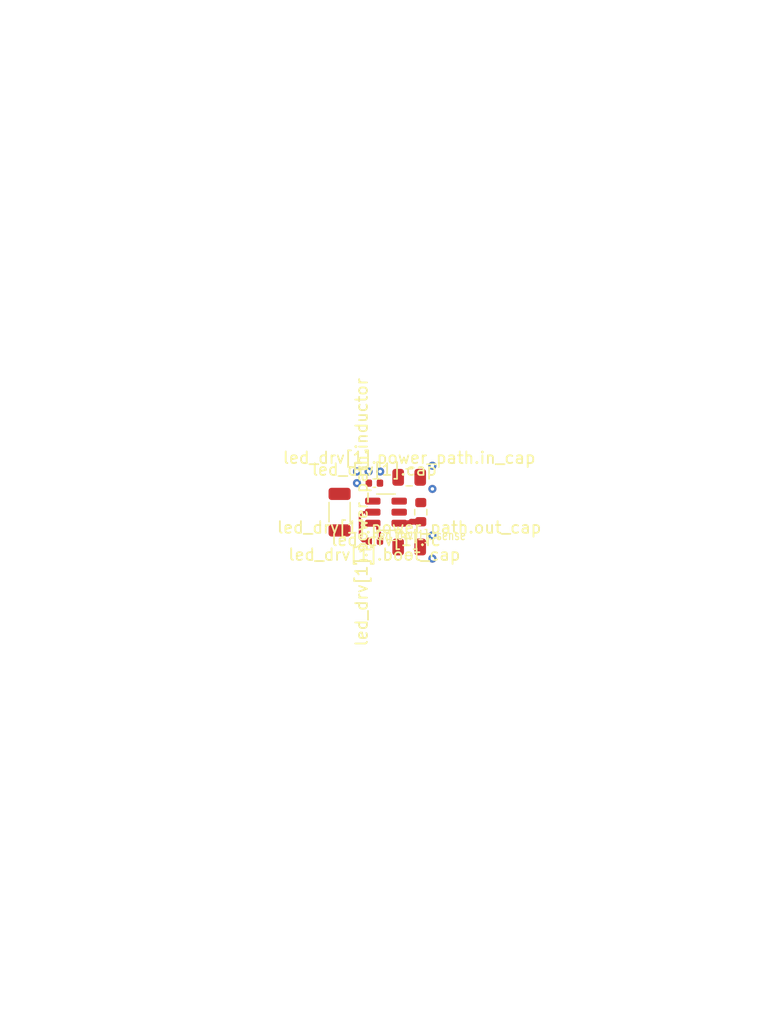
<source format=kicad_pcb>
(kicad_pcb (version 20240108) (generator "pcbnew") (generator_version "8.0")
  (layers (0 "F.Cu" signal) (31 "B.Cu" signal) (34 "B.Paste" user) (35 "F.Paste" user) (36 "B.SilkS" user "B.Silkscreen") (37 "F.SilkS" user "F.Silkscreen") (38 "B.Mask" user) (39 "F.Mask" user) (44 "Edge.Cuts" user))
  (net 0 "")
  (net 1 "Lgnd")
  (net 2 "Lled_drv[1].ledk")
  (net 3 "Lv12")
  (net 4 "Lled_drv[1].boot_cap.neg")
  (net 5 "Lled_drv[1].boot_cap.pos")
  (net 6 "Lled_drv[1].pwm")
  (net 7 "Lled_drv[1].leda")
  (footprint "Capacitor_SMD:C_0805_2012Metric" (layer "F.Cu") (at 86 97)
    (property "Reference" "led_drv[1].power_path.in_cap" (at 0 -1.68 0) (layer "F.SilkS"))
    (property "Value" "50V 10uF X5R ±10% 0805 Multilayer Ceramic Capacitors MLCC - SMD/SMT ROHS")
    (fp_line (start -0.261252 -0.735) (end 0.261252 -0.735) (stroke (width 0.12)) (layer "F.SilkS"))
    (fp_line (start -0.261252 0.735) (end 0.261252 0.735) (stroke (width 0.12)) (layer "F.SilkS"))
    (pad "1" smd roundrect (at -0.95 0) (size 1 1.45) (layers "F.Cu" "F.Paste" "F.Mask") (net 3 "Lv12"))
    (pad "2" smd roundrect (at 0.95 0) (size 1 1.45) (layers "F.Cu" "F.Paste" "F.Mask") (net 1 "Lgnd"))
  )
  (footprint "Capacitor_SMD:C_0805_2012Metric" (layer "F.Cu") (at 86 103)
    (property "Reference" "led_drv[1].power_path.out_cap" (at 0 -1.68 0) (layer "F.SilkS"))
    (property "Value" "X5R 25V ±10% 10uF 0805 Multilayer Ceramic Capacitors MLCC - SMD/SMT ROHS")
    (fp_line (start -0.261252 -0.735) (end 0.261252 -0.735) (stroke (width 0.12)) (layer "F.SilkS"))
    (fp_line (start -0.261252 0.735) (end 0.261252 0.735) (stroke (width 0.12)) (layer "F.SilkS"))
    (pad "1" smd roundrect (at -0.95 0) (size 1 1.45) (layers "F.Cu" "F.Paste" "F.Mask") (net 7 "Lled_drv[1].leda"))
    (pad "2" smd roundrect (at 0.95 0) (size 1 1.45) (layers "F.Cu" "F.Paste" "F.Mask") (net 1 "Lgnd"))
  )
  (footprint "Inductor_SMD:L_1206_3216Metric" (layer "F.Cu") (at 80 100 -90)
    (property "Reference" "led_drv[1].power_path.inductor" (at 0 -1.9 90) (layer "F.SilkS"))
    (property "Value" "980mA 4.7uH ±20% 320m? 1206 Inductors (SMD) ROHS")
    (fp_line (start -0.835242 0.91) (end 0.835242 0.91) (stroke (width 0.12)) (layer "F.SilkS"))
    (fp_line (start -0.835242 -0.91) (end 0.835242 -0.91) (stroke (width 0.12)) (layer "F.SilkS"))
    (pad "1" smd roundrect (at -1.575 0 270) (size 1.05 1.9) (layers "F.Cu" "F.Paste" "F.Mask") (roundrect_rratio 0.238095) (net 4 "Lled_drv[1].boot_cap.neg"))
    (pad "2" smd roundrect (at 1.575 0 270) (size 1.05 1.9) (layers "F.Cu" "F.Paste" "F.Mask") (roundrect_rratio 0.238095) (net 7 "Lled_drv[1].leda"))
  )
  (footprint "Capacitor_SMD:C_0402_1005Metric" (layer "F.Cu") (at 83 97.5)
    (property "Reference" "led_drv[1].cap" (at 0 -1.16 0) (layer "F.SilkS"))
    (property "Value" "50V 100nF X7R ±10% 0402 Multilayer Ceramic Capacitors MLCC - SMD/SMT ROHS")
    (fp_line (start -0.107836 -0.36) (end 0.107836 -0.36) (stroke (width 0.12)) (layer "F.SilkS"))
    (fp_line (start -0.107836 0.36) (end 0.107836 0.36) (stroke (width 0.12)) (layer "F.SilkS"))
    (pad "1" smd roundrect (at -0.48 0) (size 0.56 0.62) (layers "F.Cu" "F.Paste" "F.Mask") (net 3 "Lv12"))
    (pad "2" smd roundrect (at 0.48 0) (size 0.56 0.62) (layers "F.Cu" "F.Paste" "F.Mask") (net 1 "Lgnd"))
  )
  (footprint "Package_TO_SOT_SMD:SOT-23-6" (layer "F.Cu") (at 84 100 180)
    (property "Reference" "led_drv[1].ic" (at 0 -2.4 0) (layer "F.SilkS"))
    (property "Value" "TPS92200D2DDCR")
    (fp_line (start 0 1.56) (end 0.8 1.56) (stroke (width 0.12)) (layer "F.SilkS"))
    (fp_line (start 0 1.56) (end -0.8 1.56) (stroke (width 0.12)) (layer "F.SilkS"))
    (fp_line (start 0 -1.56) (end 0.8 -1.56) (stroke (width 0.12)) (layer "F.SilkS"))
    (fp_line (start 0 -1.56) (end -0.8 -1.56) (stroke (width 0.12)) (layer "F.SilkS"))
    (fp_poly (pts (xy -1.3 -1.51) (xy -1.54 -1.84) (xy -1.06 -1.84) (xy -1.3 -1.51)) (stroke (width 0.12)) (fill solid) (layer "F.SilkS"))
    (pad "1" smd roundrect (at -1.1375 -0.95 180) (size 1.325 0.6) (layers "F.Cu" "F.Paste" "F.Mask") (net 2 "Lled_drv[1].ledk"))
    (pad "2" smd roundrect (at -1.1375 0 180) (size 1.325 0.6) (layers "F.Cu" "F.Paste" "F.Mask") (net 6 "Lled_drv[1].pwm"))
    (pad "3" smd roundrect (at -1.1375 0.95 180) (size 1.325 0.6) (layers "F.Cu" "F.Paste" "F.Mask") (net 1 "Lgnd"))
    (pad "4" smd roundrect (at 1.1375 0.95 180) (size 1.325 0.6) (layers "F.Cu" "F.Paste" "F.Mask") (net 3 "Lv12"))
    (pad "5" smd roundrect (at 1.1375 0 180) (size 1.325 0.6) (layers "F.Cu" "F.Paste" "F.Mask") (net 4 "Lled_drv[1].boot_cap.neg"))
    (pad "6" smd roundrect (at 1.1375 -0.95 180) (size 1.325 0.6) (layers "F.Cu" "F.Paste" "F.Mask") (net 5 "Lled_drv[1].boot_cap.pos"))
  )
  (footprint "Resistor_SMD:R_0603_1608Metric" (layer "F.Cu") (at 87 100 -90)
    (property "Reference" "led_drv[1].rsense" (at 2 0 0) (layer "F.SilkS") (effects (font (size 0.8 0.6) (thickness 0.1))))
    (property "Value" "±1% 1/10W Thick Film Resistors 75V ±300ppm/? -55?~+155? 0.15? 0603 Chip Resistor - Surface Mount ROHS")
    (fp_line (start -0.237258 0.5225) (end 0.237258 0.5225) (stroke (width 0.12)) (layer "F.SilkS"))
    (fp_line (start -0.237258 -0.5225) (end 0.237258 -0.5225) (stroke (width 0.12)) (layer "F.SilkS"))
    (pad "1" smd roundrect (at -0.825 0 270) (size 0.8 0.95) (layers "F.Cu" "F.Paste" "F.Mask") (net 1 "Lgnd"))
    (pad "2" smd roundrect (at 0.825 0 270) (size 0.8 0.95) (layers "F.Cu" "F.Paste" "F.Mask") (net 2 "Lled_drv[1].ledk"))
  )
  (footprint "Capacitor_SMD:C_0402_1005Metric" (layer "F.Cu") (at 83 102.5 180)
    (property "Reference" "led_drv[1].boot_cap" (at 0 -1.16 0) (layer "F.SilkS"))
    (property "Value" "16V 100nF X7R ±10% 0402 Multilayer Ceramic Capacitors MLCC - SMD/SMT ROHS")
    (fp_line (start -0.107836 0.36) (end 0.107836 0.36) (stroke (width 0.12)) (layer "F.SilkS"))
    (fp_line (start -0.107836 -0.36) (end 0.107836 -0.36) (stroke (width 0.12)) (layer "F.SilkS"))
    (pad "1" smd roundrect (at -0.48 0 180) (size 0.56 0.62) (layers "F.Cu" "F.Paste" "F.Mask") (net 5 "Lled_drv[1].boot_cap.pos"))
    (pad "2" smd roundrect (at 0.48 0 180) (size 0.56 0.62) (layers "F.Cu" "F.Paste" "F.Mask") (net 4 "Lled_drv[1].boot_cap.neg"))
  )
  (via (at 88 102) (size 0.7) (drill 0.3) (layers "F.Cu" "B.Cu") (net 1))
  (via (at 88 96) (size 0.7) (drill 0.3) (layers "F.Cu" "B.Cu") (net 1))
  (via (at 88 98) (size 0.7) (drill 0.3) (layers "F.Cu" "B.Cu") (net 1))
  (via (at 88 104) (size 0.7) (drill 0.3) (layers "F.Cu" "B.Cu") (net 1))
  (segment (start 87 100.825) (end 86.175 100.825) (width 0.5) (layer "F.Cu") (net 2))
  (segment (start 85.1375 100.95) (end 86.05 100.95) (width 0.5) (layer "F.Cu") (net 2))
  (segment (start 86.05 100.95) (end 86.175 100.825) (width 0.5) (layer "F.Cu") (net 2))
  (via (at 81.5 96.5) (size 0.7) (drill 0.3) (layers "F.Cu" "B.Cu") (net 3))
  (via (at 83.5 96.5) (size 0.7) (drill 0.3) (layers "F.Cu" "B.Cu") (net 3))
  (via (at 81.5 97.5) (size 0.7) (drill 0.3) (layers "F.Cu" "B.Cu") (net 3))
  (via (at 82.5 96.5) (size 0.7) (drill 0.3) (layers "F.Cu" "B.Cu") (net 3))
  (segment (start 81.75 100.350001) (end 82.100001 100) (width 0.2) (layer "F.Cu") (net 4))
  (segment (start 81.75 102.25) (end 81.75 100.350001) (width 0.2) (layer "F.Cu") (net 4))
  (segment (start 82.100001 100) (end 82.8625 100) (width 0.2) (layer "F.Cu") (net 4))
  (segment (start 82.52 102.5) (end 82 102.5) (width 0.2) (layer "F.Cu") (net 4))
  (segment (start 82 102.5) (end 81.75 102.25) (width 0.2) (layer "F.Cu") (net 4))
  (segment (start 83.48 101.78375) (end 83.25 101.55375) (width 0.2) (layer "F.Cu") (net 5))
  (segment (start 83.48 102.5) (end 83.48 101.78375) (width 0.2) (layer "F.Cu") (net 5))
  (segment (start 83.25 101.55375) (end 83.25 101) (width 0.2) (layer "F.Cu") (net 5))
)
</source>
